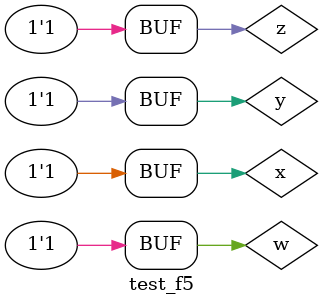
<source format=v>
/*
Laura Iara Silva Santos Xavier - 734661
Guia 6
*/

module nand_logic (output f, input a, input b, input c, input d);

    assign f = (~((~b) | d | (~a))) & (~(b & (~d) & a)) | (~((b & d & c) | ~a));

endmodule

module test_f5;
    //Definir dados
    reg x;
    reg y;
    reg z;
    reg w;
    wire a, b, c, d;

    nand_logic moduloA (a, x, y, z, w);

    //Parte principal
    initial begin : main
        $display ("Exemplo_0606 - Daniel Vitor de Oliveira Santos - 716417");
        $display ("Test module");
        $display ("   x    y    z    w    a");

        //Projetar testes do modulo
        $monitor("%4b %4b %4b %4b %4b", x, y, z, w, a);

        x = 1'b0;y = 1'b0; z = 1'b0; w = 1'b0;
        #1 x = 1'b0; y = 1'b0; z = 1'b0; w = 1'b1;
        #1 x = 1'b0; y = 1'b0; z = 1'b1; w = 1'b0;
        #1 x = 1'b0; y = 1'b0; z = 1'b1; w = 1'b1;
        #1 x = 1'b0; y = 1'b1; z = 1'b0; w = 1'b0;
        #1 x = 1'b0; y = 1'b1; z = 1'b0; w = 1'b1;
        #1 x = 1'b0; y = 1'b1; z = 1'b1; w = 1'b0;
        #1 x = 1'b0; y = 1'b1; z = 1'b1; w = 1'b1;
        #1 x = 1'b1; y = 1'b0; z = 1'b0; w = 1'b0;
        #1 x = 1'b1; y = 1'b0; z = 1'b0; w = 1'b1;
        #1 x = 1'b1; y = 1'b0; z = 1'b1; w = 1'b0;
        #1 x = 1'b1; y = 1'b0; z = 1'b1; w = 1'b1;
        #1 x = 1'b1; y = 1'b1; z = 1'b0; w = 1'b0;
        #1 x = 1'b1; y = 1'b1; z = 1'b0; w = 1'b1;
        #1 x = 1'b1; y = 1'b1; z = 1'b1; w = 1'b0;
        #1 x = 1'b1; y = 1'b1; z = 1'b1; w = 1'b1;

    end
endmodule

/* Resultado:

   x    y    z    w    a

   0    0    0    0    0
   0    0    0    1    0
   0    0    1    0    0
   0    0    1    1    0
   0    1    0    0    0
   0    1    0    1    0
   0    1    1    0    0
   0    1    1    1    0
   1    0    0    0    1
   1    0    0    1    1
   1    0    1    0    1
   1    0    1    1    1
   1    1    0    0    1
   1    1    0    1    1
   1    1    1    0    1
   1    1    1    1    0

*/
</source>
